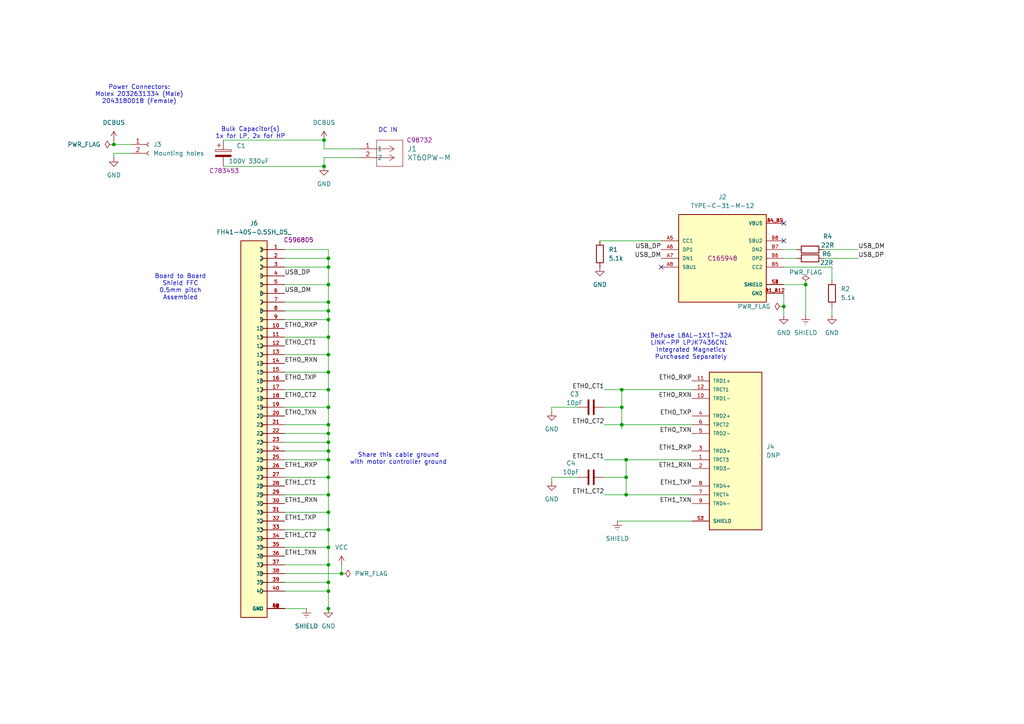
<source format=kicad_sch>
(kicad_sch (version 20231120) (generator "eeschema") (generator_version "8.0")
  (paper "A4")
  (lib_symbols
    (symbol "2024-07-02_21-14-47:XT60PW-M" (pin_names (offset 0.254))
      (property "Reference" "J1" (at 13.97 0.0001 0))
      (property "Value" "XT60PW-M" (at 13.97 -2.5399 0))
      (symbol "XT60PW-M_1_1"
        (polyline (pts (xy 5.08 -5.08) (xy 12.7 -5.08)) (stroke (width 0.127)))
        (polyline (pts (xy 5.08 2.54) (xy 5.08 -5.08)) (stroke (width 0.127)))
        (polyline (pts (xy 10.16 -2.54) (xy 5.08 -2.54)) (stroke (width 0.127)))
        (polyline (pts (xy 10.16 -2.54) (xy 8.89 -3.3867)) (stroke (width 0.127)))
        (polyline (pts (xy 10.16 -2.54) (xy 8.89 -1.6933)) (stroke (width 0.127)))
        (polyline (pts (xy 10.16 0) (xy 5.08 0)) (stroke (width 0.127)))
        (polyline (pts (xy 10.16 0) (xy 8.89 -0.8467)) (stroke (width 0.127)))
        (polyline (pts (xy 10.16 0) (xy 8.89 0.8467)) (stroke (width 0.127)))
        (polyline (pts (xy 12.7 -5.08) (xy 12.7 2.54)) (stroke (width 0.127)))
        (polyline (pts (xy 12.7 2.54) (xy 5.08 2.54)) (stroke (width 0.127)))
        (pin passive line (at 0 0 0) (length 5.08) (name "1") (number "1"))
        (pin passive line (at 0 -2.54 0) (length 5.08) (name "2") (number "2"))
      )
      (symbol "XT60PW-M_1_2"
        (polyline (pts (xy 5.08 -5.08) (xy 12.7 -5.08)) (stroke (width 0.127)))
        (polyline (pts (xy 5.08 2.54) (xy 5.08 -5.08)) (stroke (width 0.127)))
        (polyline (pts (xy 7.62 -2.54) (xy 5.08 -2.54)) (stroke (width 0.127)))
        (polyline (pts (xy 7.62 -2.54) (xy 8.89 -3.3867)) (stroke (width 0.127)))
        (polyline (pts (xy 7.62 -2.54) (xy 8.89 -1.6933)) (stroke (width 0.127)))
        (polyline (pts (xy 7.62 0) (xy 5.08 0)) (stroke (width 0.127)))
        (polyline (pts (xy 7.62 0) (xy 8.89 -0.8467)) (stroke (width 0.127)))
        (polyline (pts (xy 7.62 0) (xy 8.89 0.8467)) (stroke (width 0.127)))
        (polyline (pts (xy 12.7 -5.08) (xy 12.7 2.54)) (stroke (width 0.127)))
        (polyline (pts (xy 12.7 2.54) (xy 5.08 2.54)) (stroke (width 0.127)))
        (pin unspecified line (at 0 0 0) (length 5.08) (name "1") (number "1"))
        (pin unspecified line (at 0 -2.54 0) (length 5.08) (name "2") (number "2"))
      )
    )
    (symbol "Connector:Conn_01x02_Socket" (pin_names (offset 1.016) hide)
      (property "Reference" "J" (at 0 2.54 0))
      (property "Value" "Conn_01x02_Socket" (at 0 -5.08 0))
      (symbol "Conn_01x02_Socket_1_1"
        (arc (start 0 -2.032) (mid -0.5058 -2.54) (end 0 -3.048) (stroke (width 0.1524)))
        (polyline (pts (xy -1.27 -2.54) (xy -0.508 -2.54)) (stroke (width 0.1524)))
        (polyline (pts (xy -1.27 0) (xy -0.508 0)) (stroke (width 0.1524)))
        (arc (start 0 0.508) (mid -0.5058 0) (end 0 -0.508) (stroke (width 0.1524)))
        (pin passive line (at -5.08 0 0) (length 3.81) (name "Pin_1") (number "1"))
        (pin passive line (at -5.08 -2.54 0) (length 3.81) (name "Pin_2") (number "2"))
      )
    )
    (symbol "Device:C" (pin_numbers hide) (pin_names (offset 0.254))
      (property "Reference" "C" (at 0.635 2.54 0))
      (property "Value" "C" (at 0.635 -2.54 0))
      (symbol "C_0_1"
        (polyline (pts (xy -2.032 -0.762) (xy 2.032 -0.762)) (stroke (width 0.508)))
        (polyline (pts (xy -2.032 0.762) (xy 2.032 0.762)) (stroke (width 0.508)))
      )
      (symbol "C_1_1"
        (pin passive line (at 0 3.81 270) (length 2.794) (name "~") (number "1"))
        (pin passive line (at 0 -3.81 90) (length 2.794) (name "~") (number "2"))
      )
    )
    (symbol "Device:C_Polarized" (pin_numbers hide) (pin_names (offset 0.254))
      (property "Reference" "C" (at 0.635 2.54 0))
      (property "Value" "C_Polarized" (at 0.635 -2.54 0))
      (symbol "C_Polarized_0_1"
        (rectangle (start -2.286 0.508) (end 2.286 1.016))
        (polyline (pts (xy -1.778 2.286) (xy -0.762 2.286)))
        (polyline (pts (xy -1.27 2.794) (xy -1.27 1.778)))
        (rectangle (start 2.286 -0.508) (end -2.286 -1.016) (fill (type outline)))
      )
      (symbol "C_Polarized_1_1"
        (pin passive line (at 0 3.81 270) (length 2.794) (name "~") (number "1"))
        (pin passive line (at 0 -3.81 90) (length 2.794) (name "~") (number "2"))
      )
    )
    (symbol "Device:R" (pin_numbers hide) (pin_names (offset 0))
      (property "Reference" "R" (at 2.032 0 90))
      (property "Value" "R" (at 0 0 90))
      (symbol "R_0_1"
        (rectangle (start -1.016 -2.54) (end 1.016 2.54) (stroke (width 0.254)))
      )
      (symbol "R_1_1"
        (pin passive line (at 0 3.81 270) (length 1.27) (name "~") (number "1"))
        (pin passive line (at 0 -3.81 90) (length 1.27) (name "~") (number "2"))
      )
    )
    (symbol "FH41-40S-0.5SH_05_:FH41-40S-0.5SH_05_" (pin_names (offset 1.016))
      (property "Reference" "J" (at -7.62 54.61 0))
      (property "Value" "FH41-40S-0.5SH_05_" (at -7.62 -58.42 0))
      (symbol "FH41-40S-0.5SH_05__0_0"
        (rectangle (start -7.62 -55.88) (end 0 53.34) (stroke (width 0.254)) (fill (type background)))
        (arc (start -1.905 -48.895) (mid -1.2727 -48.26) (end -1.905 -47.625) (stroke (width 0.254)))
        (arc (start -1.905 -46.355) (mid -1.2727 -45.72) (end -1.905 -45.085) (stroke (width 0.254)))
        (arc (start -1.905 -43.815) (mid -1.2727 -43.18) (end -1.905 -42.545) (stroke (width 0.254)))
        (arc (start -1.905 -41.275) (mid -1.2727 -40.64) (end -1.905 -40.005) (stroke (width 0.254)))
        (arc (start -1.905 -38.735) (mid -1.2727 -38.1) (end -1.905 -37.465) (stroke (width 0.254)))
        (arc (start -1.905 -36.195) (mid -1.2727 -35.56) (end -1.905 -34.925) (stroke (width 0.254)))
        (arc (start -1.905 -33.655) (mid -1.2727 -33.02) (end -1.905 -32.385) (stroke (width 0.254)))
        (arc (start -1.905 -31.115) (mid -1.2727 -30.48) (end -1.905 -29.845) (stroke (width 0.254)))
        (arc (start -1.905 -28.575) (mid -1.2727 -27.94) (end -1.905 -27.305) (stroke (width 0.254)))
        (arc (start -1.905 -26.035) (mid -1.2727 -25.4) (end -1.905 -24.765) (stroke (width 0.254)))
        (arc (start -1.905 -23.495) (mid -1.2727 -22.86) (end -1.905 -22.225) (stroke (width 0.254)))
        (arc (start -1.905 -20.955) (mid -1.2727 -20.32) (end -1.905 -19.685) (stroke (width 0.254)))
        (arc (start -1.905 -18.415) (mid -1.2727 -17.78) (end -1.905 -17.145) (stroke (width 0.254)))
        (arc (start -1.905 -15.875) (mid -1.2727 -15.24) (end -1.905 -14.605) (stroke (width 0.254)))
        (arc (start -1.905 -13.335) (mid -1.2727 -12.7) (end -1.905 -12.065) (stroke (width 0.254)))
        (arc (start -1.905 -10.795) (mid -1.2727 -10.16) (end -1.905 -9.525) (stroke (width 0.254)))
        (arc (start -1.905 -8.255) (mid -1.2727 -7.62) (end -1.905 -6.985) (stroke (width 0.254)))
        (arc (start -1.905 -5.715) (mid -1.2727 -5.08) (end -1.905 -4.445) (stroke (width 0.254)))
        (arc (start -1.905 -3.175) (mid -1.2727 -2.54) (end -1.905 -1.905) (stroke (width 0.254)))
        (arc (start -1.905 -0.635) (mid -1.2727 0) (end -1.905 0.635) (stroke (width 0.254)))
        (arc (start -1.905 1.905) (mid -1.2727 2.54) (end -1.905 3.175) (stroke (width 0.254)))
        (arc (start -1.905 4.445) (mid -1.2727 5.08) (end -1.905 5.715) (stroke (width 0.254)))
        (arc (start -1.905 6.985) (mid -1.2727 7.62) (end -1.905 8.255) (stroke (width 0.254)))
        (arc (start -1.905 9.525) (mid -1.2727 10.16) (end -1.905 10.795) (stroke (width 0.254)))
        (arc (start -1.905 12.065) (mid -1.2727 12.7) (end -1.905 13.335) (stroke (width 0.254)))
        (arc (start -1.905 14.605) (mid -1.2727 15.24) (end -1.905 15.875) (stroke (width 0.254)))
        (arc (start -1.905 17.145) (mid -1.2727 17.78) (end -1.905 18.415) (stroke (width 0.254)))
        (arc (start -1.905 19.685) (mid -1.2727 20.32) (end -1.905 20.955) (stroke (width 0.254)))
        (arc (start -1.905 22.225) (mid -1.2727 22.86) (end -1.905 23.495) (stroke (width 0.254)))
        (arc (start -1.905 24.765) (mid -1.2727 25.4) (end -1.905 26.035) (stroke (width 0.254)))
        (arc (start -1.905 27.305) (mid -1.2727 27.94) (end -1.905 28.575) (stroke (width 0.254)))
        (arc (start -1.905 29.845) (mid -1.2727 30.48) (end -1.905 31.115) (stroke (width 0.254)))
        (arc (start -1.905 32.385) (mid -1.2727 33.02) (end -1.905 33.655) (stroke (width 0.254)))
        (arc (start -1.905 34.925) (mid -1.2727 35.56) (end -1.905 36.195) (stroke (width 0.254)))
        (arc (start -1.905 37.465) (mid -1.2727 38.1) (end -1.905 38.735) (stroke (width 0.254)))
        (arc (start -1.905 40.005) (mid -1.2727 40.64) (end -1.905 41.275) (stroke (width 0.254)))
        (arc (start -1.905 42.545) (mid -1.2727 43.18) (end -1.905 43.815) (stroke (width 0.254)))
        (arc (start -1.905 45.085) (mid -1.2727 45.72) (end -1.905 46.355) (stroke (width 0.254)))
        (arc (start -1.905 47.625) (mid -1.2727 48.26) (end -1.905 48.895) (stroke (width 0.254)))
        (arc (start -1.905 50.165) (mid -1.2727 50.8) (end -1.905 51.435) (stroke (width 0.254)))
        (polyline (pts (xy 0 -48.26) (xy -1.27 -48.26)) (stroke (width 0.254)))
        (polyline (pts (xy 0 -45.72) (xy -1.27 -45.72)) (stroke (width 0.254)))
        (polyline (pts (xy 0 -43.18) (xy -1.27 -43.18)) (stroke (width 0.254)))
        (polyline (pts (xy 0 -40.64) (xy -1.27 -40.64)) (stroke (width 0.254)))
        (polyline (pts (xy 0 -38.1) (xy -1.27 -38.1)) (stroke (width 0.254)))
        (polyline (pts (xy 0 -35.56) (xy -1.27 -35.56)) (stroke (width 0.254)))
        (polyline (pts (xy 0 -33.02) (xy -1.27 -33.02)) (stroke (width 0.254)))
        (polyline (pts (xy 0 -30.48) (xy -1.27 -30.48)) (stroke (width 0.254)))
        (polyline (pts (xy 0 -27.94) (xy -1.27 -27.94)) (stroke (width 0.254)))
        (polyline (pts (xy 0 -25.4) (xy -1.27 -25.4)) (stroke (width 0.254)))
        (polyline (pts (xy 0 -22.86) (xy -1.27 -22.86)) (stroke (width 0.254)))
        (polyline (pts (xy 0 -20.32) (xy -1.27 -20.32)) (stroke (width 0.254)))
        (polyline (pts (xy 0 -17.78) (xy -1.27 -17.78)) (stroke (width 0.254)))
        (polyline (pts (xy 0 -15.24) (xy -1.27 -15.24)) (stroke (width 0.254)))
        (polyline (pts (xy 0 -12.7) (xy -1.27 -12.7)) (stroke (width 0.254)))
        (polyline (pts (xy 0 -10.16) (xy -1.27 -10.16)) (stroke (width 0.254)))
        (polyline (pts (xy 0 -7.62) (xy -1.27 -7.62)) (stroke (width 0.254)))
        (polyline (pts (xy 0 -5.08) (xy -1.27 -5.08)) (stroke (width 0.254)))
        (polyline (pts (xy 0 -2.54) (xy -1.27 -2.54)) (stroke (width 0.254)))
        (polyline (pts (xy 0 0) (xy -1.27 0)) (stroke (width 0.254)))
        (polyline (pts (xy 0 2.54) (xy -1.27 2.54)) (stroke (width 0.254)))
        (polyline (pts (xy 0 5.08) (xy -1.27 5.08)) (stroke (width 0.254)))
        (polyline (pts (xy 0 7.62) (xy -1.27 7.62)) (stroke (width 0.254)))
        (polyline (pts (xy 0 10.16) (xy -1.27 10.16)) (stroke (width 0.254)))
        (polyline (pts (xy 0 12.7) (xy -1.27 12.7)) (stroke (width 0.254)))
        (polyline (pts (xy 0 15.24) (xy -1.27 15.24)) (stroke (width 0.254)))
        (polyline (pts (xy 0 17.78) (xy -1.27 17.78)) (stroke (width 0.254)))
        (polyline (pts (xy 0 20.32) (xy -1.27 20.32)) (stroke (width 0.254)))
        (polyline (pts (xy 0 22.86) (xy -1.27 22.86)) (stroke (width 0.254)))
        (polyline (pts (xy 0 25.4) (xy -1.27 25.4)) (stroke (width 0.254)))
        (polyline (pts (xy 0 27.94) (xy -1.27 27.94)) (stroke (width 0.254)))
        (polyline (pts (xy 0 30.48) (xy -1.27 30.48)) (stroke (width 0.254)))
        (polyline (pts (xy 0 33.02) (xy -1.27 33.02)) (stroke (width 0.254)))
        (polyline (pts (xy 0 35.56) (xy -1.27 35.56)) (stroke (width 0.254)))
        (polyline (pts (xy 0 38.1) (xy -1.27 38.1)) (stroke (width 0.254)))
        (polyline (pts (xy 0 40.64) (xy -1.27 40.64)) (stroke (width 0.254)))
        (polyline (pts (xy 0 43.18) (xy -1.27 43.18)) (stroke (width 0.254)))
        (polyline (pts (xy 0 45.72) (xy -1.27 45.72)) (stroke (width 0.254)))
        (polyline (pts (xy 0 48.26) (xy -1.27 48.26)) (stroke (width 0.254)))
        (polyline (pts (xy 0 50.8) (xy -1.27 50.8)) (stroke (width 0.254)))
        (pin passive line (at 5.08 50.8 180) (length 5.08) (name "1") (number "1"))
        (pin passive line (at 5.08 27.94 180) (length 5.08) (name "10") (number "10"))
        (pin passive line (at 5.08 25.4 180) (length 5.08) (name "11") (number "11"))
        (pin passive line (at 5.08 22.86 180) (length 5.08) (name "12") (number "12"))
        (pin passive line (at 5.08 20.32 180) (length 5.08) (name "13") (number "13"))
        (pin passive line (at 5.08 17.78 180) (length 5.08) (name "14") (number "14"))
        (pin passive line (at 5.08 15.24 180) (length 5.08) (name "15") (number "15"))
        (pin passive line (at 5.08 12.7 180) (length 5.08) (name "16") (number "16"))
        (pin passive line (at 5.08 10.16 180) (length 5.08) (name "17") (number "17"))
        (pin passive line (at 5.08 7.62 180) (length 5.08) (name "18") (number "18"))
        (pin passive line (at 5.08 5.08 180) (length 5.08) (name "19") (number "19"))
        (pin passive line (at 5.08 48.26 180) (length 5.08) (name "2") (number "2"))
        (pin passive line (at 5.08 2.54 180) (length 5.08) (name "20") (number "20"))
        (pin passive line (at 5.08 0 180) (length 5.08) (name "21") (number "21"))
        (pin passive line (at 5.08 -2.54 180) (length 5.08) (name "22") (number "22"))
        (pin passive line (at 5.08 -5.08 180) (length 5.08) (name "23") (number "23"))
        (pin passive line (at 5.08 -7.62 180) (length 5.08) (name "24") (number "24"))
        (pin passive line (at 5.08 -10.16 180) (length 5.08) (name "25") (number "25"))
        (pin passive line (at 5.08 -12.7 180) (length 5.08) (name "26") (number "26"))
        (pin passive line (at 5.08 -15.24 180) (length 5.08) (name "27") (number "27"))
        (pin passive line (at 5.08 -17.78 180) (length 5.08) (name "28") (number "28"))
        (pin passive line (at 5.08 -20.32 180) (length 5.08) (name "29") (number "29"))
        (pin passive line (at 5.08 45.72 180) (length 5.08) (name "3") (number "3"))
        (pin passive line (at 5.08 -22.86 180) (length 5.08) (name "30") (number "30"))
        (pin passive line (at 5.08 -25.4 180) (length 5.08) (name "31") (number "31"))
        (pin passive line (at 5.08 -27.94 180) (length 5.08) (name "32") (number "32"))
        (pin passive line (at 5.08 -30.48 180) (length 5.08) (name "33") (number "33"))
        (pin passive line (at 5.08 -33.02 180) (length 5.08) (name "34") (number "34"))
        (pin passive line (at 5.08 -35.56 180) (length 5.08) (name "35") (number "35"))
        (pin passive line (at 5.08 -38.1 180) (length 5.08) (name "36") (number "36"))
        (pin passive line (at 5.08 -40.64 180) (length 5.08) (name "37") (number "37"))
        (pin passive line (at 5.08 -43.18 180) (length 5.08) (name "38") (number "38"))
        (pin passive line (at 5.08 -45.72 180) (length 5.08) (name "39") (number "39"))
        (pin passive line (at 5.08 43.18 180) (length 5.08) (name "4") (number "4"))
        (pin passive line (at 5.08 -48.26 180) (length 5.08) (name "40") (number "40"))
        (pin power_in line (at 5.08 -53.34 180) (length 5.08) (name "GND") (number "41"))
        (pin power_in line (at 5.08 -53.34 180) (length 5.08) (name "GND") (number "42"))
        (pin power_in line (at 5.08 -53.34 180) (length 5.08) (name "GND") (number "43"))
        (pin power_in line (at 5.08 -53.34 180) (length 5.08) (name "GND") (number "44"))
        (pin power_in line (at 5.08 -53.34 180) (length 5.08) (name "GND") (number "45"))
        (pin power_in line (at 5.08 -53.34 180) (length 5.08) (name "GND") (number "46"))
        (pin power_in line (at 5.08 -53.34 180) (length 5.08) (name "GND") (number "47"))
        (pin power_in line (at 5.08 -53.34 180) (length 5.08) (name "GND") (number "48"))
        (pin power_in line (at 5.08 -53.34 180) (length 5.08) (name "GND") (number "49"))
        (pin passive line (at 5.08 40.64 180) (length 5.08) (name "5") (number "5"))
        (pin power_in line (at 5.08 -53.34 180) (length 5.08) (name "GND") (number "50"))
        (pin passive line (at 5.08 38.1 180) (length 5.08) (name "6") (number "6"))
        (pin passive line (at 5.08 35.56 180) (length 5.08) (name "7") (number "7"))
        (pin passive line (at 5.08 33.02 180) (length 5.08) (name "8") (number "8"))
        (pin passive line (at 5.08 30.48 180) (length 5.08) (name "9") (number "9"))
      )
    )
    (symbol "L8AL-1X1T-32A:L8AL-1X1T-32A" (pin_names (offset 1.016))
      (property "Reference" "J" (at -7.62 24.13 0))
      (property "Value" "L8AL-1X1T-32A" (at -7.62 -24.13 0))
      (symbol "L8AL-1X1T-32A_0_0"
        (rectangle (start -7.62 -22.86) (end 7.62 22.86) (stroke (width 0.254)) (fill (type background)))
        (pin passive line (at -12.7 -2.54 0) (length 5.08) (name "TRCT3") (number "1"))
        (pin passive line (at -12.7 15.24 0) (length 5.08) (name "TRD1-") (number "10"))
        (pin passive line (at -12.7 20.32 0) (length 5.08) (name "TRD1+") (number "11"))
        (pin passive line (at -12.7 17.78 0) (length 5.08) (name "TRCT1") (number "12"))
        (pin passive line (at -12.7 -5.08 0) (length 5.08) (name "TRD3-") (number "2"))
        (pin passive line (at -12.7 0 0) (length 5.08) (name "TRD3+") (number "3"))
        (pin passive line (at -12.7 10.16 0) (length 5.08) (name "TRD2+") (number "4"))
        (pin passive line (at -12.7 5.08 0) (length 5.08) (name "TRD2-") (number "5"))
        (pin passive line (at -12.7 7.62 0) (length 5.08) (name "TRCT2") (number "6"))
        (pin passive line (at -12.7 -12.7 0) (length 5.08) (name "TRCT4") (number "7"))
        (pin passive line (at -12.7 -10.16 0) (length 5.08) (name "TRD4+") (number "8"))
        (pin passive line (at -12.7 -15.24 0) (length 5.08) (name "TRD4-") (number "9"))
        (pin passive line (at -12.7 -20.32 0) (length 5.08) (name "SHIELD") (number "S1"))
        (pin passive line (at -12.7 -20.32 0) (length 5.08) (name "SHIELD") (number "S2"))
      )
    )
    (symbol "TYPE-C-31-M-12:TYPE-C-31-M-12" (pin_names (offset 1.016))
      (property "Reference" "J" (at -12.7 13.462 0))
      (property "Value" "TYPE-C-31-M-12" (at -12.7 -13.462 0))
      (symbol "TYPE-C-31-M-12_0_0"
        (rectangle (start -12.7 -12.7) (end 12.7 12.7) (stroke (width 0.254)) (fill (type background)))
        (pin power_in line (at 17.78 -10.16 180) (length 5.08) (name "GND") (number "A1_B12"))
        (pin power_in line (at 17.78 10.16 180) (length 5.08) (name "VBUS") (number "A4_B9"))
        (pin bidirectional line (at -17.78 5.08 0) (length 5.08) (name "CC1") (number "A5"))
        (pin bidirectional line (at -17.78 2.54 0) (length 5.08) (name "DP1") (number "A6"))
        (pin bidirectional line (at -17.78 0 0) (length 5.08) (name "DN1") (number "A7"))
        (pin bidirectional line (at -17.78 -2.54 0) (length 5.08) (name "SBU1") (number "A8"))
        (pin power_in line (at 17.78 -10.16 180) (length 5.08) (name "GND") (number "B1_A12"))
        (pin power_in line (at 17.78 10.16 180) (length 5.08) (name "VBUS") (number "B4_A9"))
        (pin bidirectional line (at 17.78 -2.54 180) (length 5.08) (name "CC2") (number "B5"))
        (pin bidirectional line (at 17.78 0 180) (length 5.08) (name "DP2") (number "B6"))
        (pin bidirectional line (at 17.78 2.54 180) (length 5.08) (name "DN2") (number "B7"))
        (pin bidirectional line (at 17.78 5.08 180) (length 5.08) (name "SBU2") (number "B8"))
        (pin passive line (at 17.78 -7.62 180) (length 5.08) (name "SHIELD") (number "S1"))
        (pin passive line (at 17.78 -7.62 180) (length 5.08) (name "SHIELD") (number "S2"))
        (pin passive line (at 17.78 -7.62 180) (length 5.08) (name "SHIELD") (number "S3"))
        (pin passive line (at 17.78 -7.62 180) (length 5.08) (name "SHIELD") (number "S4"))
      )
    )
    (symbol "power:+3.3V" (power) (pin_numbers hide) (pin_names (offset 0) hide)
      (property "Value" "+3.3V" (at 0 3.556 0))
      (symbol "+3.3V_0_1"
        (polyline (pts (xy -0.762 1.27) (xy 0 2.54)))
        (polyline (pts (xy 0 0) (xy 0 2.54)))
        (polyline (pts (xy 0 2.54) (xy 0.762 1.27)))
      )
      (symbol "+3.3V_1_1"
        (pin power_in line (at 0 0 90) (length 0) (name "~") (number "1"))
      )
    )
    (symbol "power:Earth" (power) (pin_numbers hide) (pin_names (offset 0) hide)
      (property "Value" "Earth" (at 0 -3.81 0))
      (symbol "Earth_0_1"
        (polyline (pts (xy -0.635 -1.905) (xy 0.635 -1.905)))
        (polyline (pts (xy -0.127 -2.54) (xy 0.127 -2.54)))
        (polyline (pts (xy 0 -1.27) (xy 0 0)))
        (polyline (pts (xy 1.27 -1.27) (xy -1.27 -1.27)))
      )
      (symbol "Earth_1_1"
        (pin power_in line (at 0 0 270) (length 0) (name "~") (number "1"))
      )
    )
    (symbol "power:GND" (power) (pin_numbers hide) (pin_names (offset 0) hide)
      (property "Value" "GND" (at 0 -3.81 0))
      (symbol "GND_0_1"
        (polyline (pts (xy 0 0) (xy 0 -1.27) (xy 1.27 -1.27) (xy 0 -2.54) (xy -1.27 -1.27) (xy 0 -1.27)))
      )
      (symbol "GND_1_1"
        (pin power_in line (at 0 0 270) (length 0) (name "~") (number "1"))
      )
    )
    (symbol "power:PWR_FLAG" (power) (pin_numbers hide) (pin_names (offset 0) hide)
      (property "Value" "PWR_FLAG" (at 0 3.81 0))
      (symbol "PWR_FLAG_0_0"
        (pin power_out line (at 0 0 90) (length 0) (name "~") (number "1"))
      )
      (symbol "PWR_FLAG_0_1"
        (polyline (pts (xy 0 0) (xy 0 1.27) (xy -1.016 1.905) (xy 0 2.54) (xy 1.016 1.905) (xy 0 1.27)))
      )
    )
    (symbol "power:VCC" (power) (pin_numbers hide) (pin_names (offset 0) hide)
      (property "Value" "VCC" (at 0 3.556 0))
      (symbol "VCC_0_1"
        (polyline (pts (xy -0.762 1.27) (xy 0 2.54)))
        (polyline (pts (xy 0 0) (xy 0 2.54)))
        (polyline (pts (xy 0 2.54) (xy 0.762 1.27)))
      )
      (symbol "VCC_1_1"
        (pin power_in line (at 0 0 90) (length 0) (name "~") (number "1"))
      )
    )
  )
  (junction (at 95.25 130.81))
  (junction (at 95.25 148.59))
  (junction (at 33.02 41.91))
  (junction (at 95.25 123.19))
  (junction (at 181.61 143.51))
  (junction (at 99.06 166.37))
  (junction (at 95.25 168.91))
  (junction (at 180.34 123.19))
  (junction (at 95.25 97.79))
  (junction (at 95.25 133.35))
  (junction (at 95.25 102.87))
  (junction (at 95.25 125.73))
  (junction (at 227.33 88.9))
  (junction (at 95.25 113.03))
  (junction (at 180.34 118.11))
  (junction (at 95.25 138.43))
  (junction (at 95.25 118.11))
  (junction (at 95.25 82.55))
  (junction (at 95.25 107.95))
  (junction (at 95.25 153.67))
  (junction (at 95.25 143.51))
  (junction (at 95.25 77.47))
  (junction (at 180.34 113.03))
  (junction (at 95.25 128.27))
  (junction (at 181.61 133.35))
  (junction (at 95.25 90.17))
  (junction (at 181.61 138.43))
  (junction (at 95.25 74.93))
  (junction (at 95.25 176.53))
  (junction (at 93.98 48.26))
  (junction (at 233.68 82.55))
  (junction (at 95.25 87.63))
  (junction (at 93.98 40.64))
  (junction (at 95.25 158.75))
  (junction (at 95.25 163.83))
  (junction (at 95.25 171.45))
  (junction (at 95.25 92.71))
  (no_connect (at 191.77 77.47))
  (no_connect (at 227.33 69.85))
  (no_connect (at 227.33 64.77))
  (wire (pts (xy 93.98 40.64) (xy 93.98 43.18)))
  (wire (pts (xy 175.26 133.35) (xy 181.61 133.35)))
  (wire (pts (xy 160.02 119.38) (xy 160.02 118.11)))
  (wire (pts (xy 173.99 69.85) (xy 191.77 69.85)))
  (wire (pts (xy 95.25 82.55) (xy 95.25 77.47)))
  (wire (pts (xy 82.55 168.91) (xy 95.25 168.91)))
  (wire (pts (xy 181.61 133.35) (xy 200.66 133.35)))
  (wire (pts (xy 160.02 118.11) (xy 167.64 118.11)))
  (wire (pts (xy 181.61 143.51) (xy 200.66 143.51)))
  (wire (pts (xy 82.55 143.51) (xy 95.25 143.51)))
  (wire (pts (xy 82.55 92.71) (xy 95.25 92.71)))
  (wire (pts (xy 175.26 143.51) (xy 181.61 143.51)))
  (wire (pts (xy 95.25 74.93) (xy 95.25 72.39)))
  (wire (pts (xy 180.34 113.03) (xy 200.66 113.03)))
  (wire (pts (xy 93.98 45.72) (xy 104.14 45.72)))
  (wire (pts (xy 238.76 72.39) (xy 248.92 72.39)))
  (wire (pts (xy 181.61 138.43) (xy 181.61 143.51)))
  (wire (pts (xy 95.25 118.11) (xy 95.25 123.19)))
  (wire (pts (xy 33.02 40.64) (xy 33.02 41.91)))
  (wire (pts (xy 33.02 45.72) (xy 33.02 44.45)))
  (wire (pts (xy 82.55 125.73) (xy 95.25 125.73)))
  (wire (pts (xy 93.98 43.18) (xy 104.14 43.18)))
  (wire (pts (xy 241.3 91.44) (xy 241.3 88.9)))
  (wire (pts (xy 82.55 158.75) (xy 95.25 158.75)))
  (wire (pts (xy 95.25 158.75) (xy 95.25 163.83)))
  (wire (pts (xy 82.55 171.45) (xy 95.25 171.45)))
  (wire (pts (xy 82.55 176.53) (xy 88.9 176.53)))
  (wire (pts (xy 180.34 113.03) (xy 180.34 118.11)))
  (wire (pts (xy 95.25 118.11) (xy 95.25 113.03)))
  (wire (pts (xy 231.14 74.93) (xy 227.33 74.93)))
  (wire (pts (xy 99.06 163.83) (xy 99.06 166.37)))
  (wire (pts (xy 95.25 102.87) (xy 95.25 97.79)))
  (wire (pts (xy 64.77 48.26) (xy 93.98 48.26)))
  (wire (pts (xy 82.55 123.19) (xy 95.25 123.19)))
  (wire (pts (xy 95.25 77.47) (xy 95.25 74.93)))
  (wire (pts (xy 227.33 82.55) (xy 233.68 82.55)))
  (wire (pts (xy 95.25 176.53) (xy 95.25 171.45)))
  (wire (pts (xy 95.25 107.95) (xy 95.25 113.03)))
  (wire (pts (xy 233.68 82.55) (xy 233.68 91.44)))
  (wire (pts (xy 64.77 40.64) (xy 93.98 40.64)))
  (wire (pts (xy 175.26 113.03) (xy 180.34 113.03)))
  (wire (pts (xy 95.25 168.91) (xy 95.25 171.45)))
  (wire (pts (xy 95.25 133.35) (xy 95.25 138.43)))
  (wire (pts (xy 227.33 77.47) (xy 241.3 77.47)))
  (wire (pts (xy 95.25 123.19) (xy 95.25 125.73)))
  (wire (pts (xy 82.55 97.79) (xy 95.25 97.79)))
  (wire (pts (xy 227.33 91.44) (xy 227.33 88.9)))
  (wire (pts (xy 179.07 151.13) (xy 200.66 151.13)))
  (wire (pts (xy 82.55 128.27) (xy 95.25 128.27)))
  (wire (pts (xy 95.25 82.55) (xy 95.25 87.63)))
  (wire (pts (xy 95.25 128.27) (xy 95.25 130.81)))
  (wire (pts (xy 180.34 123.19) (xy 180.34 124.46)))
  (wire (pts (xy 175.26 118.11) (xy 180.34 118.11)))
  (wire (pts (xy 238.76 74.93) (xy 248.92 74.93)))
  (wire (pts (xy 95.25 97.79) (xy 95.25 92.71)))
  (wire (pts (xy 180.34 118.11) (xy 180.34 123.19)))
  (wire (pts (xy 82.55 138.43) (xy 95.25 138.43)))
  (wire (pts (xy 82.55 102.87) (xy 95.25 102.87)))
  (wire (pts (xy 82.55 90.17) (xy 95.25 90.17)))
  (wire (pts (xy 95.25 130.81) (xy 95.25 133.35)))
  (wire (pts (xy 82.55 118.11) (xy 95.25 118.11)))
  (wire (pts (xy 82.55 74.93) (xy 95.25 74.93)))
  (wire (pts (xy 82.55 153.67) (xy 95.25 153.67)))
  (wire (pts (xy 95.25 107.95) (xy 95.25 102.87)))
  (wire (pts (xy 82.55 77.47) (xy 95.25 77.47)))
  (wire (pts (xy 95.25 153.67) (xy 95.25 158.75)))
  (wire (pts (xy 82.55 87.63) (xy 95.25 87.63)))
  (wire (pts (xy 175.26 138.43) (xy 181.61 138.43)))
  (wire (pts (xy 227.33 85.09) (xy 227.33 88.9)))
  (wire (pts (xy 82.55 107.95) (xy 95.25 107.95)))
  (wire (pts (xy 95.25 177.8) (xy 95.25 176.53)))
  (wire (pts (xy 180.34 123.19) (xy 200.66 123.19)))
  (wire (pts (xy 160.02 139.7) (xy 160.02 138.43)))
  (wire (pts (xy 160.02 138.43) (xy 167.64 138.43)))
  (wire (pts (xy 82.55 113.03) (xy 95.25 113.03)))
  (wire (pts (xy 33.02 41.91) (xy 38.1 41.91)))
  (wire (pts (xy 82.55 166.37) (xy 99.06 166.37)))
  (wire (pts (xy 95.25 148.59) (xy 95.25 153.67)))
  (wire (pts (xy 93.98 48.26) (xy 93.98 45.72)))
  (wire (pts (xy 95.25 143.51) (xy 95.25 148.59)))
  (wire (pts (xy 82.55 148.59) (xy 95.25 148.59)))
  (wire (pts (xy 82.55 82.55) (xy 95.25 82.55)))
  (wire (pts (xy 241.3 77.47) (xy 241.3 81.28)))
  (wire (pts (xy 95.25 72.39) (xy 82.55 72.39)))
  (wire (pts (xy 82.55 163.83) (xy 95.25 163.83)))
  (wire (pts (xy 33.02 44.45) (xy 38.1 44.45)))
  (wire (pts (xy 231.14 72.39) (xy 227.33 72.39)))
  (wire (pts (xy 95.25 92.71) (xy 95.25 90.17)))
  (wire (pts (xy 95.25 90.17) (xy 95.25 87.63)))
  (wire (pts (xy 95.25 138.43) (xy 95.25 143.51)))
  (wire (pts (xy 82.55 130.81) (xy 95.25 130.81)))
  (wire (pts (xy 82.55 133.35) (xy 95.25 133.35)))
  (wire (pts (xy 95.25 163.83) (xy 95.25 168.91)))
  (wire (pts (xy 175.26 123.19) (xy 180.34 123.19)))
  (wire (pts (xy 181.61 133.35) (xy 181.61 138.43)))
  (wire (pts (xy 95.25 125.73) (xy 95.25 128.27)))
  (text "Belfuse L8AL-1X1T-32A\nLINK-PP LPJK7436CNL \nIntegrated Magnetics\nPurchased Separately" (at 200.406 100.584 0) (effects (font (size 1.27 1.27))))
  (text "Board to Board\nShield FFC\n0.5mm pitch\nAssembled" (at 52.324 83.312 0) (effects (font (size 1.27 1.27))))
  (text "Share this cable ground\nwith motor controller ground" (at 115.57 133.096 0) (effects (font (size 1.27 1.27))))
  (text "DC IN" (at 112.522 37.846 0) (effects (font (size 1.27 1.27))))
  (text "Power Connectors:\nMolex 2032631334 (Male)\n2043180018 (Female)" (at 40.386 27.432 0) (effects (font (size 1.27 1.27))))
  (text "Bulk Capacitor(s)\n1x for LP, 2x for HP" (at 72.644 38.608 0) (effects (font (size 1.27 1.27))))
  (label "ETH0_RXP" (at 82.55 95.25 0))
  (label "ETH0_CT1" (at 175.26 113.03 180))
  (label "ETH1_TXP" (at 200.66 140.97 180))
  (label "ETH0_CT2" (at 175.26 123.19 180))
  (label "ETH1_TXN" (at 200.66 146.05 180))
  (label "ETH0_RXP" (at 200.66 110.49 180))
  (label "USB_DM" (at 248.92 72.39 0))
  (label "ETH1_RXP" (at 82.55 135.89 0))
  (label "USB_DP" (at 82.55 80.01 0))
  (label "ETH1_CT1" (at 175.26 133.35 180))
  (label "ETH0_TXN" (at 200.66 125.73 180))
  (label "ETH0_RXN" (at 200.66 115.57 180))
  (label "ETH0_TXP" (at 82.55 110.49 0))
  (label "ETH0_RXN" (at 82.55 105.41 0))
  (label "ETH1_RXN" (at 200.66 135.89 180))
  (label "ETH0_TXN" (at 82.55 120.65 0))
  (label "USB_DM" (at 82.55 85.09 0))
  (label "USB_DP" (at 248.92 74.93 0))
  (label "ETH0_CT2" (at 82.55 115.57 0))
  (label "ETH1_RXN" (at 82.55 146.05 0))
  (label "ETH1_CT2" (at 175.26 143.51 180))
  (label "ETH1_RXP" (at 200.66 130.81 180))
  (label "ETH0_CT1" (at 82.55 100.33 0))
  (label "ETH1_TXP" (at 82.55 151.13 0))
  (label "USB_DP" (at 191.77 72.39 180))
  (label "ETH1_CT1" (at 82.55 140.97 0))
  (label "ETH1_CT2" (at 82.55 156.21 0))
  (label "ETH1_TXN" (at 82.55 161.29 0))
  (label "USB_DM" (at 191.77 74.93 180))
  (label "ETH0_TXP" (at 200.66 120.65 180))
  (symbol (lib_id "power:Earth") (at 233.68 91.44 0) (unit 1)
    (property "Reference" "#PWR03" (effects (hide yes)))
    (property "Value" "SHIELD" (at 233.68 96.52 0))
    (property "Description" "Power symbol creates a global label with name \"Earth\"" (effects (hide yes)))
  )
  (symbol (lib_id "power:GND") (at 160.02 119.38 0) (unit 1)
    (property "Reference" "#PWR07" (effects (hide yes)))
    (property "Value" "GND" (at 160.02 124.46 0))
    (property "Description" "Power symbol creates a global label with name \"GND\" , ground" (effects (hide yes)))
  )
  (symbol (lib_id "power:GND") (at 160.02 139.7 0) (unit 1)
    (property "Reference" "#PWR08" (effects (hide yes)))
    (property "Value" "GND" (at 160.02 144.78 0))
    (property "Description" "Power symbol creates a global label with name \"GND\" , ground" (effects (hide yes)))
  )
  (symbol (lib_id "Device:C") (at 171.45 118.11 90) (unit 1)
    (property "Reference" "C3" (at 166.624 114.3 90))
    (property "Value" "10pF" (at 166.624 116.84 90))
    (property "Footprint" "Capacitor_SMD:C_0402_1005Metric" (effects (hide yes)))
    (property "Description" "Unpolarized capacitor" (effects (hide yes)))
  )
  (symbol (lib_id "power:GND") (at 33.02 45.72 0) (unit 1)
    (property "Reference" "#PWR010" (effects (hide yes)))
    (property "Value" "GND" (at 33.02 50.8 0))
    (property "Description" "Power symbol creates a global label with name \"GND\" , ground" (effects (hide yes)))
  )
  (symbol (lib_id "Device:R") (at 234.95 74.93 90) (unit 1)
    (property "Reference" "R6" (at 239.776 73.66 90))
    (property "Value" "22R" (at 239.776 76.2 90))
    (property "Footprint" "Resistor_SMD:R_0402_1005Metric" (effects (hide yes)))
    (property "Description" "Resistor" (effects (hide yes)))
  )
  (symbol (lib_id "power:VCC") (at 99.06 163.83 0) (unit 1)
    (property "Reference" "#PWR011" (effects (hide yes)))
    (property "Value" "VCC" (at 99.06 158.75 0))
    (property "Description" "Power symbol creates a global label with name \"VCC\"" (effects (hide yes)))
  )
  (symbol (lib_id "power:Earth") (at 179.07 151.13 0) (unit 1)
    (property "Reference" "#PWR014" (effects (hide yes)))
    (property "Value" "SHIELD" (at 179.07 156.21 0))
    (property "Description" "Power symbol creates a global label with name \"Earth\"" (effects (hide yes)))
  )
  (symbol (lib_id "TYPE-C-31-M-12:TYPE-C-31-M-12") (at 209.55 74.93 0) (unit 1)
    (property "Reference" "J2" (at 209.55 57.15 0))
    (property "Value" "TYPE-C-31-M-12" (at 209.55 59.69 0))
    (property "Footprint" "TYPE-C-31-M-12:HRO_TYPE-C-31-M-12" (effects (hide yes)))
    (property "MF" "HRO Electronics Co., Ltd." (effects (hide yes)))
    (property "MAXIMUM_PACKAGE_HEIGHT" "3.26 mm" (effects (hide yes)))
    (property "Package" "Package" (effects (hide yes)))
    (property "Price" "None" (effects (hide yes)))
    (property "Check_prices" "https://www.snapeda.com/parts/TYPE-C-31-M-12/HRO+Electronics+Co.%252C+Ltd./view-part/?ref=eda" (effects (hide yes)))
    (property "STANDARD" "Manufacturer Recommendations" (effects (hide yes)))
    (property "PARTREV" "2020.12.08" (effects (hide yes)))
    (property "SnapEDA_Link" "https://www.snapeda.com/parts/TYPE-C-31-M-12/HRO+Electronics+Co.%252C+Ltd./view-part/?ref=snap" (effects (hide yes)))
    (property "MP" "TYPE-C-31-M-12" (effects (hide yes)))
    (property "Description_1" "\nUSB Connectors 24 Receptacle 1 8.94*7.3mm RoHS\n" (effects (hide yes)))
    (property "SNAPEDA_PN" "TYPE-C-31-M-12" (effects (hide yes)))
    (property "Availability" "Not in stock" (effects (hide yes)))
    (property "MANUFACTURER" "HRO Electronics Co., Ltd." (effects (hide yes)))
    (property "LCSC Part Number" "C165948" (at 209.55 74.93 0))
  )
  (symbol (lib_id "Device:R") (at 234.95 72.39 90) (unit 1)
    (property "Reference" "R4" (at 240.03 68.58 90))
    (property "Value" "22R" (at 240.03 71.12 90))
    (property "Footprint" "Resistor_SMD:R_0402_1005Metric" (effects (hide yes)))
    (property "Description" "Resistor" (effects (hide yes)))
  )
  (symbol (lib_id "power:GND") (at 227.33 91.44 0) (unit 1)
    (property "Reference" "#PWR02" (effects (hide yes)))
    (property "Value" "GND" (at 227.33 96.52 0))
    (property "Description" "Power symbol creates a global label with name \"GND\" , ground" (effects (hide yes)))
  )
  (symbol (lib_id "power:PWR_FLAG") (at 33.02 41.91 90) (unit 1)
    (property "Reference" "#FLG02" (effects (hide yes)))
    (property "Value" "PWR_FLAG" (at 29.21 41.9099 90) (effects (justify left)))
    (property "Description" "Special symbol for telling ERC where power comes from" (effects (hide yes)))
  )
  (symbol (lib_id "Device:R") (at 173.99 73.66 0) (unit 1)
    (property "Reference" "R1" (at 176.53 72.3899 0) (effects (justify left)))
    (property "Value" "5.1k" (at 176.53 74.9299 0) (effects (justify left)))
    (property "Footprint" "Resistor_SMD:R_0603_1608Metric" (effects (hide yes)))
    (property "Description" "Resistor" (effects (hide yes)))
  )
  (symbol (lib_id "power:Earth") (at 88.9 176.53 0) (unit 1)
    (property "Reference" "#PWR013" (effects (hide yes)))
    (property "Value" "SHIELD" (at 88.9 181.61 0))
    (property "Description" "Power symbol creates a global label with name \"Earth\"" (effects (hide yes)))
  )
  (symbol (lib_id "2024-07-02_21-14-47:XT60PW-M") (at 104.14 43.18 0) (unit 1)
    (property "Reference" "J1" (at 118.11 43.1799 0) (effects (font (size 1.524 1.524)) (justify left)))
    (property "Value" "XT60PW-M" (at 118.11 45.7199 0) (effects (font (size 1.524 1.524)) (justify left)))
    (property "Footprint" "Connector_AMASS:AMASS_XT60PW-M_1x02_P7.20mm_Horizontal" (effects (hide yes)))
    (property "Datasheet" "XT60PW-M" (effects (hide yes)))
    (property "LCSC Part Number" "C98732" (at 121.666 40.64 0))
  )
  (symbol (lib_id "Connector:Conn_01x02_Socket") (at 43.18 41.91 0) (unit 1)
    (property "Reference" "J3" (at 44.45 41.9099 0) (effects (justify left)))
    (property "Value" "Mounting holes" (at 44.45 44.4499 0) (effects (justify left)))
    (property "Footprint" "holes:Dual Post" (effects (hide yes)))
    (property "Description" "Generic connector, single row, 01x02, script generated" (effects (hide yes)))
  )
  (symbol (lib_id "Device:C_Polarized") (at 64.77 44.45 0) (unit 1)
    (property "Reference" "C1" (at 68.58 42.2909 0) (effects (justify left)))
    (property "Value" "100V 330uF" (at 66.294 46.736 0) (effects (justify left)))
    (property "Footprint" "Capacitor_THT:CP_Radial_D13.0mm_P5.00mm" (effects (hide yes)))
    (property "Description" "Polarized capacitor" (effects (hide yes)))
    (property "LCSC Part Number" " C783453" (at 64.516 49.53 0))
  )
  (symbol (lib_id "power:GND") (at 95.25 176.53 0) (unit 1)
    (property "Reference" "#PWR012" (effects (hide yes)))
    (property "Value" "GND" (at 95.25 181.61 0))
    (property "Description" "Power symbol creates a global label with name \"GND\" , ground" (effects (hide yes)))
  )
  (symbol (lib_id "power:PWR_FLAG") (at 227.33 88.9 90) (unit 1)
    (property "Reference" "#FLG03" (effects (hide yes)))
    (property "Value" "PWR_FLAG" (at 223.52 88.8999 90) (effects (justify left)))
    (property "Description" "Special symbol for telling ERC where power comes from" (effects (hide yes)))
  )
  (symbol (lib_id "power:+3.3V") (at 33.02 40.64 0) (unit 1)
    (property "Reference" "#PWR09" (effects (hide yes)))
    (property "Value" "DCBUS" (at 33.02 35.56 0))
    (property "Description" "Power symbol creates a global label with name \"+3.3V\"" (effects (hide yes)))
  )
  (symbol (lib_id "power:GND") (at 173.99 77.47 0) (unit 1)
    (property "Reference" "#PWR01" (effects (hide yes)))
    (property "Value" "GND" (at 173.99 82.55 0))
    (property "Description" "Power symbol creates a global label with name \"GND\" , ground" (effects (hide yes)))
  )
  (symbol (lib_id "FH41-40S-0.5SH_05_:FH41-40S-0.5SH_05_") (at 77.47 123.19 0) (unit 1)
    (property "Reference" "J6" (at 73.66 64.77 0))
    (property "Value" "FH41-40S-0.5SH_05_" (at 73.66 67.31 0))
    (property "Footprint" "FH41:HRS_FH41-40S-0.5SH_05_" (effects (hide yes)))
    (property "MF" "Hirose Electric" (effects (hide yes)))
    (property "MAXIMUM_PACKAGE_HEIGHT" "4.74 mm" (effects (hide yes)))
    (property "Package" "None" (effects (hide yes)))
    (property "Price" "None" (effects (hide yes)))
    (property "Check_prices" "https://www.snapeda.com/parts/FH41-40S-0.5SH(05)/Hirose+Electric+Co+Ltd/view-part/?ref=eda" (effects (hide yes)))
    (property "STANDARD" "Manufacturer Recommendations" (effects (hide yes)))
    (property "PARTREV" "18.03.19" (effects (hide yes)))
    (property "SnapEDA_Link" "https://www.snapeda.com/parts/FH41-40S-0.5SH(05)/Hirose+Electric+Co+Ltd/view-part/?ref=snap" (effects (hide yes)))
    (property "MP" "FH41-40S-0.5SH(05)" (effects (hide yes)))
    (property "Description_1" "\n40 Position FFC Connector Contacts, Bottom 0.020 (0.50mm) Surface Mount, Right Angle\n" (effects (hide yes)))
    (property "Availability" "In Stock" (effects (hide yes)))
    (property "MANUFACTURER" "Hirose" (effects (hide yes)))
    (property "LCSC Part Number" "C596805" (at 86.614 69.596 0))
  )
  (symbol (lib_id "power:PWR_FLAG") (at 233.68 82.55 0) (unit 1)
    (property "Reference" "#FLG04" (effects (hide yes)))
    (property "Value" "PWR_FLAG" (at 233.68 78.994 0))
    (property "Description" "Special symbol for telling ERC where power comes from" (effects (hide yes)))
  )
  (symbol (lib_id "power:PWR_FLAG") (at 99.06 166.37 270) (unit 1)
    (property "Reference" "#FLG01" (effects (hide yes)))
    (property "Value" "PWR_FLAG" (at 102.87 166.3699 90) (effects (justify left)))
    (property "Description" "Special symbol for telling ERC where power comes from" (effects (hide yes)))
  )
  (symbol (lib_id "power:+3.3V") (at 93.98 40.64 0) (unit 1)
    (property "Reference" "#PWR05" (effects (hide yes)))
    (property "Value" "DCBUS" (at 93.98 35.56 0))
    (property "Description" "Power symbol creates a global label with name \"+3.3V\"" (effects (hide yes)))
  )
  (symbol (lib_id "Device:C") (at 171.45 138.43 90) (unit 1)
    (property "Reference" "C4" (at 165.608 134.366 90))
    (property "Value" "10pF" (at 165.608 136.906 90))
    (property "Footprint" "Capacitor_SMD:C_0402_1005Metric" (effects (hide yes)))
    (property "Description" "Unpolarized capacitor" (effects (hide yes)))
  )
  (symbol (lib_id "Device:R") (at 241.3 85.09 0) (unit 1)
    (property "Reference" "R2" (at 243.84 83.8199 0) (effects (justify left)))
    (property "Value" "5.1k" (at 243.84 86.3599 0) (effects (justify left)))
    (property "Footprint" "Resistor_SMD:R_0603_1608Metric" (effects (hide yes)))
    (property "Description" "Resistor" (effects (hide yes)))
  )
  (symbol (lib_id "power:GND") (at 241.3 91.44 0) (unit 1)
    (property "Reference" "#PWR04" (effects (hide yes)))
    (property "Value" "GND" (at 241.3 96.52 0))
    (property "Description" "Power symbol creates a global label with name \"GND\" , ground" (effects (hide yes)))
  )
  (symbol (lib_id "L8AL-1X1T-32A:L8AL-1X1T-32A") (at 213.36 130.81 0) (unit 1)
    (property "Reference" "J4" (at 222.25 129.5399 0) (effects (justify left)))
    (property "Value" "DNP" (at 222.25 132.0799 0) (effects (justify left)))
    (property "Footprint" "RJ45:BEL_L8AL-1X1T-32A" (effects (hide yes)))
    (property "MF" "Bel Magnetic Solutions" (effects (hide yes)))
    (property "MAXIMUM_PACKAGE_HEIGHT" "13.22 mm" (effects (hide yes)))
    (property "Package" "None" (effects (hide yes)))
    (property "Price" "None" (effects (hide yes)))
    (property "Check_prices" "https://www.snapeda.com/parts/L8AL-1X1T-32A/Bel+Magnetic+Solutions/view-part/?ref=eda" (effects (hide yes)))
    (property "STANDARD" "Manufacturer Recommendations" (effects (hide yes)))
    (property "PARTREV" "A" (effects (hide yes)))
    (property "SnapEDA_Link" "https://www.snapeda.com/parts/L8AL-1X1T-32A/Bel+Magnetic+Solutions/view-part/?ref=snap" (effects (hide yes)))
    (property "MP" "L8AL-1X1T-32A" (effects (hide yes)))
    (property "Description_1" "\nMagJack 1000BASE-T | 1X1 | -40 to 85ºC | Tab Up | Low Profile | RoHS\n" (effects (hide yes)))
    (property "Availability" "In Stock" (effects (hide yes)))
    (property "MANUFACTURER" "Bel Fuse" (effects (hide yes)))
    (property "LCSC Part Number" "LINK-PP LPJK7436CNL " (effects (hide yes)))
  )
  (symbol (lib_id "power:GND") (at 93.98 48.26 0) (unit 1)
    (property "Reference" "#PWR06" (effects (hide yes)))
    (property "Value" "GND" (at 93.98 53.34 0))
    (property "Description" "Power symbol creates a global label with name \"GND\" , ground" (effects (hide yes)))
  )
)
</source>
